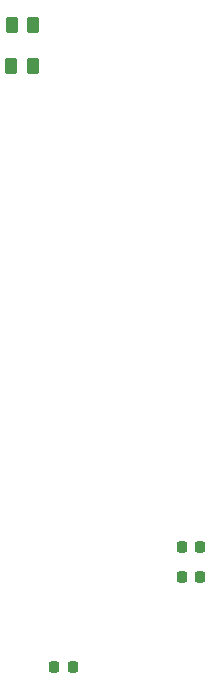
<source format=gbr>
%TF.GenerationSoftware,KiCad,Pcbnew,7.0.5*%
%TF.CreationDate,2023-06-16T10:57:35+02:00*%
%TF.ProjectId,maglev cv2,6d61676c-6576-4206-9376-322e6b696361,rev?*%
%TF.SameCoordinates,Original*%
%TF.FileFunction,Paste,Top*%
%TF.FilePolarity,Positive*%
%FSLAX46Y46*%
G04 Gerber Fmt 4.6, Leading zero omitted, Abs format (unit mm)*
G04 Created by KiCad (PCBNEW 7.0.5) date 2023-06-16 10:57:35*
%MOMM*%
%LPD*%
G01*
G04 APERTURE LIST*
G04 Aperture macros list*
%AMRoundRect*
0 Rectangle with rounded corners*
0 $1 Rounding radius*
0 $2 $3 $4 $5 $6 $7 $8 $9 X,Y pos of 4 corners*
0 Add a 4 corners polygon primitive as box body*
4,1,4,$2,$3,$4,$5,$6,$7,$8,$9,$2,$3,0*
0 Add four circle primitives for the rounded corners*
1,1,$1+$1,$2,$3*
1,1,$1+$1,$4,$5*
1,1,$1+$1,$6,$7*
1,1,$1+$1,$8,$9*
0 Add four rect primitives between the rounded corners*
20,1,$1+$1,$2,$3,$4,$5,0*
20,1,$1+$1,$4,$5,$6,$7,0*
20,1,$1+$1,$6,$7,$8,$9,0*
20,1,$1+$1,$8,$9,$2,$3,0*%
G04 Aperture macros list end*
%ADD10RoundRect,0.250000X-0.262500X-0.450000X0.262500X-0.450000X0.262500X0.450000X-0.262500X0.450000X0*%
%ADD11RoundRect,0.225000X-0.225000X-0.250000X0.225000X-0.250000X0.225000X0.250000X-0.225000X0.250000X0*%
G04 APERTURE END LIST*
D10*
%TO.C,R5*%
X200087500Y-49750000D03*
X201912500Y-49750000D03*
%TD*%
D11*
%TO.C,C5*%
X214490000Y-96490000D03*
X216040000Y-96490000D03*
%TD*%
%TO.C,C7*%
X205245000Y-104140000D03*
X203695000Y-104140000D03*
%TD*%
D10*
%TO.C,R6*%
X200041600Y-53296000D03*
X201866600Y-53296000D03*
%TD*%
D11*
%TO.C,C6*%
X214490000Y-93980000D03*
X216040000Y-93980000D03*
%TD*%
M02*

</source>
